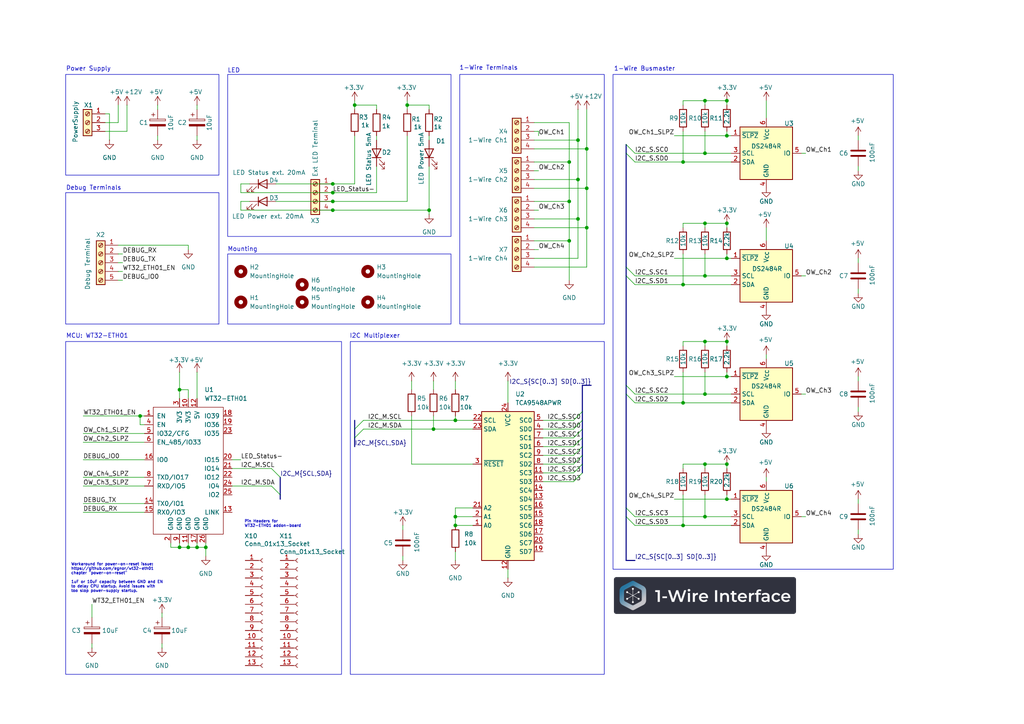
<source format=kicad_sch>
(kicad_sch (version 20250114) (generator "eeschema") (generator_version "9.0")
  (paper "A4")
  (title_block (title "1-Wire Interface") (rev "v1.1") (company "https://github.com/waldbaer/1w-If"))
  (rectangle (start 66.04 73.66) (end 130.81 93.98))
  (rectangle (start 19.05 21.59) (end 63.5 50.8))
  (rectangle (start 133.35 21.59) (end 175.26 93.98))
  (rectangle (start 19.05 99.06) (end 99.06 195.58))
  (rectangle (start 19.05 55.88) (end 63.5 93.98))
  (rectangle (start 101.6 99.06) (end 175.26 195.58))
  (rectangle (start 177.8 21.59) (end 259.08 165.1))
  (rectangle (start 66.04 21.59) (end 130.81 68.58))
  (text "1-Wire Busmaster" (at 186.944 20.066 0) (effects (font (size 1.27 1.27))))
  (text "MCU: WT32-ETH01" (at 28.194 97.536 0) (effects (font (size 1.27 1.27))))
  (text "Pin Headers for\nWT32-ETH01 addon-board" (at 70.866 150.876 0) (effects (font (size 0.8 0.8)) (justify left top)))
  (text "1-Wire Terminals" (at 141.732 19.812 0) (effects (font (size 1.27 1.27))))
  (text "I2C Multiplexer" (at 108.712 97.536 0) (effects (font (size 1.27 1.27))))
  (text "LED" (at 67.818 20.574 0) (effects (font (size 1.27 1.27))))
  (text "Debug Terminals" (at 27.178 54.61 0) (effects (font (size 1.27 1.27))))
  (text "Mounting" (at 70.358 72.39 0) (effects (font (size 1.27 1.27))))
  (text "Workaround for power-on-reset issue:\nhttps://github.com/egnor/wt32-eth01\nchapter \"power-on-reset\"\n\n1uF or 10uF capacity between GND and EN\nto delay CPU startup. Avoid issues with\ntoo slop power-supply startup." (at 20.574 163.322 0) (effects (font (size 0.8 0.8)) (justify left top)))
  (text "Power Supply" (at 25.654 20.066 0) (effects (font (size 1.27 1.27))))
  (junction (at 132.08 152.4))
  (junction (at 96.52 60.96))
  (junction (at 198.12 116.84))
  (junction (at 170.18 54.61))
  (junction (at 210.82 29.21))
  (junction (at 52.07 158.75))
  (junction (at 170.18 66.04))
  (junction (at 165.1 58.42))
  (junction (at 210.82 99.06))
  (junction (at 165.1 46.99))
  (junction (at 167.64 40.64))
  (junction (at 96.52 53.34))
  (junction (at 167.64 52.07))
  (junction (at 204.47 80.01))
  (junction (at 204.47 29.21))
  (junction (at 59.69 158.75))
  (junction (at 204.47 114.3))
  (junction (at 204.47 149.86))
  (junction (at 52.07 113.03))
  (junction (at 40.64 120.65))
  (junction (at 125.73 124.46))
  (junction (at 204.47 44.45))
  (junction (at 210.82 109.22))
  (junction (at 54.61 158.75))
  (junction (at 204.47 64.77))
  (junction (at 198.12 46.99))
  (junction (at 96.52 55.88))
  (junction (at 132.08 149.86))
  (junction (at 204.47 134.62))
  (junction (at 210.82 39.37))
  (junction (at 57.15 158.75))
  (junction (at 198.12 152.4))
  (junction (at 118.11 30.48))
  (junction (at 102.87 30.48))
  (junction (at 210.82 64.77))
  (junction (at 198.12 82.55))
  (junction (at 210.82 134.62))
  (junction (at 170.18 43.18))
  (junction (at 204.47 99.06))
  (junction (at 96.52 58.42))
  (junction (at 124.46 60.96))
  (junction (at 165.1 69.85))
  (junction (at 210.82 144.78))
  (junction (at 132.08 121.92))
  (junction (at 167.64 63.5))
  (junction (at 210.82 74.93))
  (bus_entry (at 168.91 119.38) (size -2.54 2.54))
  (bus_entry (at 181.61 77.47) (size 2.54 2.54))
  (bus_entry (at 168.91 137.16) (size -2.54 2.54))
  (bus_entry (at 181.61 44.45) (size 2.54 2.54))
  (bus_entry (at 181.61 111.76) (size 2.54 2.54))
  (bus_entry (at 102.87 124.46) (size 2.54 -2.54))
  (bus_entry (at 181.61 147.32) (size 2.54 2.54))
  (bus_entry (at 168.91 121.92) (size -2.54 2.54))
  (bus_entry (at 181.61 149.86) (size 2.54 2.54))
  (bus_entry (at 168.91 132.08) (size -2.54 2.54))
  (bus_entry (at 81.28 138.43) (size -2.54 -2.54))
  (bus_entry (at 181.61 114.3) (size 2.54 2.54))
  (bus_entry (at 168.91 127) (size -2.54 2.54))
  (bus_entry (at 168.91 129.54) (size -2.54 2.54))
  (bus_entry (at 168.91 124.46) (size -2.54 2.54))
  (bus_entry (at 81.28 143.51) (size -2.54 -2.54))
  (bus_entry (at 181.61 41.91) (size 2.54 2.54))
  (bus_entry (at 181.61 80.01) (size 2.54 2.54))
  (bus_entry (at 168.91 134.62) (size -2.54 2.54))
  (bus_entry (at 102.87 127) (size 2.54 -2.54))
  (bus (pts (xy 81.28 143.51) (xy 81.28 138.43)))
  (wire (pts (xy 212.09 39.37) (xy 210.82 39.37)))
  (bus (pts (xy 168.91 119.38) (xy 168.91 121.92)))
  (bus (pts (xy 181.61 77.47) (xy 181.61 44.45)))
  (wire (pts (xy 198.12 82.55) (xy 212.09 82.55)))
  (wire (pts (xy 69.85 55.88) (xy 96.52 55.88)))
  (wire (pts (xy 157.48 137.16) (xy 166.37 137.16)))
  (wire (pts (xy 52.07 107.95) (xy 52.07 113.03)))
  (wire (pts (xy 102.87 30.48) (xy 102.87 29.21)))
  (wire (pts (xy 35.56 78.74) (xy 34.29 78.74)))
  (bus (pts (xy 171.45 111.76) (xy 168.91 111.76)))
  (wire (pts (xy 118.11 30.48) (xy 118.11 29.21)))
  (wire (pts (xy 157.48 139.7) (xy 166.37 139.7)))
  (wire (pts (xy 35.56 76.2) (xy 34.29 76.2)))
  (wire (pts (xy 156.21 38.1) (xy 156.21 39.37)))
  (wire (pts (xy 52.07 115.57) (xy 52.07 113.03)))
  (wire (pts (xy 36.83 30.48) (xy 36.83 38.1)))
  (wire (pts (xy 147.32 110.49) (xy 147.32 116.84)))
  (wire (pts (xy 212.09 109.22) (xy 210.82 109.22)))
  (wire (pts (xy 204.47 73.66) (xy 204.47 80.01)))
  (wire (pts (xy 124.46 31.75) (xy 124.46 30.48)))
  (wire (pts (xy 210.82 74.93) (xy 210.82 73.66)))
  (wire (pts (xy 157.48 124.46) (xy 166.37 124.46)))
  (wire (pts (xy 49.53 158.75) (xy 49.53 157.48)))
  (wire (pts (xy 198.12 38.1) (xy 198.12 46.99)))
  (wire (pts (xy 184.15 152.4) (xy 198.12 152.4)))
  (wire (pts (xy 26.67 187.96) (xy 26.67 186.69)))
  (wire (pts (xy 46.99 187.96) (xy 46.99 186.69)))
  (wire (pts (xy 132.08 121.92) (xy 137.16 121.92)))
  (wire (pts (xy 40.64 123.19) (xy 40.64 120.65)))
  (bus (pts (xy 181.61 44.45) (xy 181.61 41.91)))
  (wire (pts (xy 52.07 158.75) (xy 52.07 157.48)))
  (bus (pts (xy 181.61 162.56) (xy 181.61 149.86)))
  (wire (pts (xy 132.08 120.65) (xy 132.08 121.92)))
  (wire (pts (xy 137.16 134.62) (xy 119.38 134.62)))
  (bus (pts (xy 102.87 121.92) (xy 102.87 124.46)))
  (wire (pts (xy 41.91 123.19) (xy 40.64 123.19)))
  (bus (pts (xy 181.61 80.01) (xy 181.61 111.76)))
  (wire (pts (xy 46.99 177.8) (xy 46.99 179.07)))
  (wire (pts (xy 210.82 109.22) (xy 210.82 107.95)))
  (bus (pts (xy 168.91 134.62) (xy 168.91 137.16)))
  (wire (pts (xy 132.08 110.49) (xy 132.08 113.03)))
  (wire (pts (xy 165.1 46.99) (xy 165.1 58.42)))
  (wire (pts (xy 204.47 64.77) (xy 204.47 66.04)))
  (wire (pts (xy 154.94 74.93) (xy 167.64 74.93)))
  (wire (pts (xy 248.92 109.22) (xy 248.92 110.49)))
  (bus (pts (xy 168.91 121.92) (xy 168.91 124.46)))
  (wire (pts (xy 59.69 158.75) (xy 59.69 161.29)))
  (wire (pts (xy 147.32 165.1) (xy 147.32 167.64)))
  (wire (pts (xy 59.69 157.48) (xy 59.69 158.75)))
  (wire (pts (xy 132.08 149.86) (xy 132.08 152.4)))
  (bus (pts (xy 168.91 111.76) (xy 168.91 119.38)))
  (wire (pts (xy 198.12 64.77) (xy 198.12 66.04)))
  (wire (pts (xy 45.72 30.48) (xy 45.72 31.75)))
  (wire (pts (xy 210.82 39.37) (xy 210.82 38.1)))
  (wire (pts (xy 212.09 144.78) (xy 210.82 144.78)))
  (wire (pts (xy 69.85 53.34) (xy 69.85 55.88)))
  (wire (pts (xy 154.94 72.39) (xy 156.21 72.39)))
  (wire (pts (xy 167.64 52.07) (xy 154.94 52.07)))
  (wire (pts (xy 156.21 38.1) (xy 154.94 38.1)))
  (wire (pts (xy 204.47 143.51) (xy 204.47 149.86)))
  (wire (pts (xy 198.12 116.84) (xy 212.09 116.84)))
  (wire (pts (xy 184.15 44.45) (xy 204.47 44.45)))
  (wire (pts (xy 232.41 149.86) (xy 233.68 149.86)))
  (wire (pts (xy 170.18 43.18) (xy 170.18 54.61)))
  (wire (pts (xy 167.64 63.5) (xy 167.64 74.93)))
  (bus (pts (xy 102.87 124.46) (xy 102.87 127)))
  (wire (pts (xy 204.47 29.21) (xy 198.12 29.21)))
  (wire (pts (xy 54.61 113.03) (xy 54.61 115.57)))
  (wire (pts (xy 105.41 124.46) (xy 125.73 124.46)))
  (wire (pts (xy 184.15 116.84) (xy 198.12 116.84)))
  (wire (pts (xy 212.09 74.93) (xy 210.82 74.93)))
  (wire (pts (xy 105.41 121.92) (xy 132.08 121.92)))
  (wire (pts (xy 157.48 127) (xy 166.37 127)))
  (bus (pts (xy 102.87 127) (xy 102.87 129.54)))
  (wire (pts (xy 31.75 40.64) (xy 31.75 33.02)))
  (bus (pts (xy 181.61 114.3) (xy 181.61 111.76)))
  (wire (pts (xy 54.61 158.75) (xy 54.61 157.48)))
  (wire (pts (xy 154.94 46.99) (xy 165.1 46.99)))
  (wire (pts (xy 118.11 31.75) (xy 118.11 30.48)))
  (wire (pts (xy 154.94 54.61) (xy 170.18 54.61)))
  (wire (pts (xy 124.46 62.23) (xy 124.46 60.96)))
  (wire (pts (xy 102.87 31.75) (xy 102.87 30.48)))
  (wire (pts (xy 67.31 140.97) (xy 78.74 140.97)))
  (wire (pts (xy 24.13 148.59) (xy 41.91 148.59)))
  (wire (pts (xy 80.01 53.34) (xy 96.52 53.34)))
  (wire (pts (xy 248.92 49.53) (xy 248.92 48.26)))
  (bus (pts (xy 81.28 144.78) (xy 81.28 143.51)))
  (wire (pts (xy 109.22 55.88) (xy 109.22 48.26)))
  (wire (pts (xy 24.13 120.65) (xy 40.64 120.65)))
  (wire (pts (xy 204.47 44.45) (xy 212.09 44.45)))
  (wire (pts (xy 156.21 60.96) (xy 154.94 60.96)))
  (wire (pts (xy 248.92 85.09) (xy 248.92 83.82)))
  (wire (pts (xy 232.41 44.45) (xy 233.68 44.45)))
  (wire (pts (xy 198.12 73.66) (xy 198.12 82.55)))
  (wire (pts (xy 34.29 35.56) (xy 34.29 30.48)))
  (wire (pts (xy 232.41 80.01) (xy 233.68 80.01)))
  (wire (pts (xy 248.92 144.78) (xy 248.92 146.05)))
  (wire (pts (xy 184.15 46.99) (xy 198.12 46.99)))
  (bus (pts (xy 184.15 162.56) (xy 181.61 162.56)))
  (wire (pts (xy 118.11 39.37) (xy 118.11 58.42)))
  (wire (pts (xy 52.07 113.03) (xy 54.61 113.03)))
  (wire (pts (xy 132.08 152.4) (xy 137.16 152.4)))
  (wire (pts (xy 59.69 158.75) (xy 57.15 158.75)))
  (wire (pts (xy 165.1 69.85) (xy 165.1 81.28)))
  (wire (pts (xy 132.08 160.02) (xy 132.08 162.56)))
  (wire (pts (xy 125.73 110.49) (xy 125.73 113.03)))
  (wire (pts (xy 102.87 30.48) (xy 109.22 30.48)))
  (wire (pts (xy 154.94 66.04) (xy 170.18 66.04)))
  (bus (pts (xy 168.91 132.08) (xy 168.91 134.62)))
  (wire (pts (xy 69.85 60.96) (xy 96.52 60.96)))
  (wire (pts (xy 167.64 52.07) (xy 167.64 63.5)))
  (wire (pts (xy 198.12 152.4) (xy 212.09 152.4)))
  (wire (pts (xy 210.82 99.06) (xy 210.82 100.33)))
  (wire (pts (xy 204.47 134.62) (xy 204.47 135.89)))
  (wire (pts (xy 54.61 158.75) (xy 52.07 158.75)))
  (wire (pts (xy 24.13 140.97) (xy 41.91 140.97)))
  (wire (pts (xy 57.15 30.48) (xy 57.15 31.75)))
  (bus (pts (xy 168.91 132.08) (xy 168.91 129.54)))
  (wire (pts (xy 57.15 158.75) (xy 57.15 157.48)))
  (wire (pts (xy 132.08 147.32) (xy 132.08 149.86)))
  (wire (pts (xy 210.82 134.62) (xy 210.82 135.89)))
  (wire (pts (xy 198.12 99.06) (xy 198.12 100.33)))
  (wire (pts (xy 204.47 80.01) (xy 212.09 80.01)))
  (wire (pts (xy 222.25 102.87) (xy 222.25 104.14)))
  (wire (pts (xy 204.47 100.33) (xy 204.47 99.06)))
  (wire (pts (xy 119.38 110.49) (xy 119.38 113.03)))
  (wire (pts (xy 45.72 40.64) (xy 45.72 39.37)))
  (wire (pts (xy 157.48 121.92) (xy 166.37 121.92)))
  (wire (pts (xy 30.48 35.56) (xy 34.29 35.56)))
  (wire (pts (xy 184.15 80.01) (xy 204.47 80.01)))
  (wire (pts (xy 80.01 58.42) (xy 96.52 58.42)))
  (wire (pts (xy 137.16 149.86) (xy 132.08 149.86)))
  (wire (pts (xy 154.94 35.56) (xy 165.1 35.56)))
  (wire (pts (xy 222.25 66.04) (xy 222.25 69.85)))
  (wire (pts (xy 96.52 58.42) (xy 118.11 58.42)))
  (wire (pts (xy 96.52 55.88) (xy 109.22 55.88)))
  (wire (pts (xy 125.73 120.65) (xy 125.73 124.46)))
  (wire (pts (xy 24.13 125.73) (xy 41.91 125.73)))
  (bus (pts (xy 168.91 124.46) (xy 168.91 127)))
  (wire (pts (xy 109.22 30.48) (xy 109.22 31.75)))
  (wire (pts (xy 198.12 134.62) (xy 198.12 135.89)))
  (wire (pts (xy 154.94 77.47) (xy 170.18 77.47)))
  (wire (pts (xy 69.85 58.42) (xy 72.39 58.42)))
  (wire (pts (xy 204.47 64.77) (xy 198.12 64.77)))
  (wire (pts (xy 204.47 99.06) (xy 198.12 99.06)))
  (wire (pts (xy 198.12 46.99) (xy 212.09 46.99)))
  (wire (pts (xy 116.84 152.4) (xy 116.84 153.67)))
  (wire (pts (xy 222.25 29.21) (xy 222.25 34.29)))
  (wire (pts (xy 157.48 132.08) (xy 166.37 132.08)))
  (wire (pts (xy 137.16 147.32) (xy 132.08 147.32)))
  (wire (pts (xy 124.46 39.37) (xy 124.46 40.64)))
  (wire (pts (xy 52.07 158.75) (xy 49.53 158.75)))
  (wire (pts (xy 248.92 74.93) (xy 248.92 76.2)))
  (wire (pts (xy 248.92 39.37) (xy 248.92 40.64)))
  (bus (pts (xy 181.61 80.01) (xy 181.61 77.47)))
  (wire (pts (xy 204.47 114.3) (xy 212.09 114.3)))
  (wire (pts (xy 102.87 53.34) (xy 96.52 53.34)))
  (wire (pts (xy 69.85 58.42) (xy 69.85 60.96)))
  (wire (pts (xy 184.15 82.55) (xy 198.12 82.55)))
  (wire (pts (xy 232.41 114.3) (xy 233.68 114.3)))
  (wire (pts (xy 167.64 40.64) (xy 167.64 52.07)))
  (wire (pts (xy 198.12 107.95) (xy 198.12 116.84)))
  (wire (pts (xy 222.25 138.43) (xy 222.25 139.7)))
  (wire (pts (xy 198.12 143.51) (xy 198.12 152.4)))
  (bus (pts (xy 181.61 149.86) (xy 181.61 147.32)))
  (wire (pts (xy 24.13 128.27) (xy 41.91 128.27)))
  (wire (pts (xy 248.92 154.94) (xy 248.92 153.67)))
  (wire (pts (xy 154.94 69.85) (xy 165.1 69.85)))
  (bus (pts (xy 168.91 129.54) (xy 168.91 127)))
  (wire (pts (xy 184.15 149.86) (xy 204.47 149.86)))
  (wire (pts (xy 154.94 40.64) (xy 167.64 40.64)))
  (wire (pts (xy 195.58 144.78) (xy 210.82 144.78)))
  (wire (pts (xy 210.82 29.21) (xy 204.47 29.21)))
  (wire (pts (xy 165.1 58.42) (xy 154.94 58.42)))
  (wire (pts (xy 116.84 162.56) (xy 116.84 161.29)))
  (wire (pts (xy 210.82 134.62) (xy 204.47 134.62)))
  (wire (pts (xy 24.13 138.43) (xy 41.91 138.43)))
  (wire (pts (xy 170.18 31.75) (xy 170.18 43.18)))
  (wire (pts (xy 204.47 99.06) (xy 210.82 99.06)))
  (wire (pts (xy 195.58 39.37) (xy 210.82 39.37)))
  (wire (pts (xy 157.48 129.54) (xy 166.37 129.54)))
  (wire (pts (xy 204.47 38.1) (xy 204.47 44.45)))
  (wire (pts (xy 69.85 133.35) (xy 67.31 133.35)))
  (wire (pts (xy 198.12 29.21) (xy 198.12 30.48)))
  (wire (pts (xy 125.73 124.46) (xy 137.16 124.46)))
  (wire (pts (xy 210.82 64.77) (xy 210.82 66.04)))
  (wire (pts (xy 184.15 114.3) (xy 204.47 114.3)))
  (wire (pts (xy 35.56 81.28) (xy 34.29 81.28)))
  (wire (pts (xy 72.39 53.34) (xy 69.85 53.34)))
  (wire (pts (xy 35.56 73.66) (xy 34.29 73.66)))
  (wire (pts (xy 26.67 175.26) (xy 26.67 179.07)))
  (wire (pts (xy 154.94 43.18) (xy 170.18 43.18)))
  (wire (pts (xy 204.47 149.86) (xy 212.09 149.86)))
  (wire (pts (xy 119.38 134.62) (xy 119.38 120.65)))
  (wire (pts (xy 167.64 31.75) (xy 167.64 40.64)))
  (wire (pts (xy 170.18 66.04) (xy 170.18 77.47)))
  (wire (pts (xy 34.29 71.12) (xy 54.61 71.12)))
  (wire (pts (xy 102.87 39.37) (xy 102.87 53.34)))
  (wire (pts (xy 204.47 29.21) (xy 204.47 30.48)))
  (wire (pts (xy 118.11 30.48) (xy 124.46 30.48)))
  (wire (pts (xy 57.15 158.75) (xy 54.61 158.75)))
  (wire (pts (xy 57.15 40.64) (xy 57.15 39.37)))
  (wire (pts (xy 154.94 49.53) (xy 156.21 49.53)))
  (wire (pts (xy 165.1 58.42) (xy 165.1 69.85)))
  (wire (pts (xy 57.15 107.95) (xy 57.15 115.57)))
  (wire (pts (xy 248.92 119.38) (xy 248.92 118.11)))
  (wire (pts (xy 24.13 146.05) (xy 41.91 146.05)))
  (wire (pts (xy 109.22 40.64) (xy 109.22 39.37)))
  (wire (pts (xy 30.48 38.1) (xy 36.83 38.1)))
  (wire (pts (xy 204.47 107.95) (xy 204.47 114.3)))
  (wire (pts (xy 210.82 64.77) (xy 204.47 64.77)))
  (wire (pts (xy 67.31 135.89) (xy 78.74 135.89)))
  (wire (pts (xy 167.64 63.5) (xy 154.94 63.5)))
  (bus (pts (xy 181.61 147.32) (xy 181.61 114.3)))
  (wire (pts (xy 210.82 29.21) (xy 210.82 30.48)))
  (wire (pts (xy 210.82 144.78) (xy 210.82 143.51)))
  (wire (pts (xy 195.58 74.93) (xy 210.82 74.93)))
  (wire (pts (xy 40.64 120.65) (xy 41.91 120.65)))
  (wire (pts (xy 124.46 48.26) (xy 124.46 60.96)))
  (wire (pts (xy 54.61 72.39) (xy 54.61 71.12)))
  (wire (pts (xy 165.1 35.56) (xy 165.1 46.99)))
  (wire (pts (xy 170.18 66.04) (xy 170.18 54.61)))
  (wire (pts (xy 204.47 134.62) (xy 198.12 134.62)))
  (wire (pts (xy 157.48 134.62) (xy 166.37 134.62)))
  (wire (pts (xy 96.52 60.96) (xy 124.46 60.96)))
  (wire (pts (xy 24.13 133.35) (xy 41.91 133.35)))
  (wire (pts (xy 195.58 109.22) (xy 210.82 109.22)))
  (wire (pts (xy 31.75 33.02) (xy 30.48 33.02)))
  (image (at 204.47 172.72) (scale 0.274905))
  (label "I2C_M{SCL,SDA}" (at 81.28 138.43 0))
  (label "LED_Status-" (at 96.52 55.88 0))
  (label "I2C_S.SD3" (at 158.75 139.7 0))
  (label "DEBUG_IO0" (at 24.13 133.35 0))
  (label "I2C_S{SC[0..3] SD[0..3]}" (at 184.15 162.56 0))
  (label "OW_Ch3_SLPZ" (at 24.13 140.97 0))
  (label "OW_Ch4" (at 156.21 72.39 0))
  (label "DEBUG_TX" (at 24.13 146.05 0))
  (label "LED_Status-" (at 69.85 133.35 0))
  (label "I2C_M.SDA" (at 69.85 140.97 0))
  (label "OW_Ch3" (at 233.68 114.3 0))
  (label "I2C_M.SCL" (at 69.85 135.89 0))
  (label "OW_Ch2" (at 156.21 49.53 0))
  (label "I2C_S.SC2" (at 158.75 132.08 0))
  (label "I2C_S.SD1" (at 158.75 129.54 0))
  (label "WT32_ETH01_EN" (at 26.67 175.26 0))
  (label "OW_Ch1" (at 156.21 39.37 0))
  (label "I2C_S.SC1" (at 158.75 127 0))
  (label "OW_Ch2_SLPZ" (at 24.13 128.27 0))
  (label "I2C_M.SDA" (at 106.68 124.46 0))
  (label "I2C_S.SD1" (at 184.15 82.55 0))
  (label "I2C_S.SC0" (at 184.15 44.45 0))
  (label "OW_Ch3" (at 156.21 60.96 0))
  (label "I2C_S.SC1" (at 184.15 80.01 0))
  (label "I2C_S{SC[0..3] SD[0..3]}" (at 171.45 111.76 180))
  (label "DEBUG_TX" (at 35.56 76.2 0))
  (label "OW_Ch1_SLPZ" (at 24.13 125.73 0))
  (label "OW_Ch4_SLPZ" (at 195.58 144.78 180))
  (label "I2C_S.SC2" (at 184.15 114.3 0))
  (label "DEBUG_RX" (at 24.13 148.59 0))
  (label "I2C_M.SCL" (at 106.68 121.92 0))
  (label "OW_Ch1_SLPZ" (at 195.58 39.37 180))
  (label "I2C_S.SD2" (at 184.15 116.84 0))
  (label "I2C_S.SD3" (at 184.15 152.4 0))
  (label "I2C_S.SC0" (at 158.75 121.92 0))
  (label "I2C_S.SC3" (at 184.15 149.86 0))
  (label "WT32_ETH01_EN" (at 35.56 78.74 0))
  (label "OW_Ch4" (at 233.68 149.86 0))
  (label "WT32_ETH01_EN" (at 24.13 120.65 0))
  (label "I2C_M{SCL,SDA}" (at 102.87 129.54 0))
  (label "OW_Ch4_SLPZ" (at 24.13 138.43 0))
  (label "I2C_S.SC3" (at 158.75 137.16 0))
  (label "OW_Ch1" (at 233.68 44.45 0))
  (label "I2C_S.SD0" (at 158.75 124.46 0))
  (label "I2C_S.SD0" (at 184.15 46.99 0))
  (label "I2C_S.SD2" (at 158.75 134.62 0))
  (label "OW_Ch3_SLPZ" (at 195.58 109.22 180))
  (label "DEBUG_RX" (at 35.56 73.66 0))
  (label "OW_Ch2" (at 233.68 80.01 0))
  (label "DEBUG_IO0" (at 35.56 81.28 0))
  (label "OW_Ch2_SLPZ" (at 195.58 74.93 180))
  (symbol (lib_id "Device:R") (at 198.12 69.85 0) (unit 1)
    (property "Reference" "R12" (at 193.04 69.85 0) (effects (justify left)))
    (property "Value" "10k" (at 198.12 71.628 90) (effects (justify left)))
    (property "Footprint" "Resistor_SMD:R_0805_2012Metric_Pad1.20x1.40mm_HandSolder" (effects (hide yes)))
    (property "Datasheet" "https://www.lcsc.com/product-detail/C17414.html?href=jlc-SMT%2F%3Fhref" (effects (hide yes)))
    (property "Description" "Resistor" (effects (hide yes)))
    (property "LCSC" "C17414" (effects (hide yes)))
  )
  (symbol (lib_id "power:GND") (at 26.67 187.96 0) (unit 1)
    (property "Reference" "#PWR01" (effects (hide yes)))
    (property "Value" "GND" (at 26.67 193.04 0))
    (property "Description" "Power symbol creates a global label with name \"GND\" , ground" (effects (hide yes)))
  )
  (symbol (lib_id "power:+3.3V") (at 132.08 110.49 0) (unit 1)
    (property "Reference" "#PWR020" (effects (hide yes)))
    (property "Value" "+3.3V" (at 132.08 105.41 0))
    (property "Description" "Power symbol creates a global label with name \"+3.3V\"" (effects (hide yes)))
  )
  (symbol (lib_id "Interface_Expansion:DS2484R") (at 222.25 44.45 0) (unit 1)
    (property "Reference" "U3" (at 228.854 35.814 0))
    (property "Value" "DS2484R" (at 222.25 42.418 0))
    (property "Footprint" "Package_TO_SOT_SMD:SOT-23-6" (effects (hide yes)))
    (property "Datasheet" "https://www.analog.com/DS2484/datasheet" (effects (hide yes)))
    (property "Description" "I2C to 1-Wire bridge, single-channel (master device), adjustable timing and sleep mode, SOT-23-6" (effects (hide yes)))
    (property "LCSC" "C124886" (effects (hide yes)))
  )
  (symbol (lib_id "power:GND") (at 116.84 162.56 0) (unit 1)
    (property "Reference" "#PWR017" (effects (hide yes)))
    (property "Value" "GND" (at 116.84 166.37 0))
    (property "Description" "Power symbol creates a global label with name \"GND\" , ground" (effects (hide yes)))
  )
  (symbol (lib_id "Device:C_Polarized") (at 46.99 182.88 0) (unit 1)
    (property "Reference" "C4" (at 42.672 182.88 0))
    (property "Value" "10uF" (at 52.07 182.88 0))
    (property "Footprint" "Capacitor_Tantalum_SMD:CP_EIA-3216-18_Kemet-A_HandSolder" (effects (hide yes)))
    (property "Datasheet" "https://www.lcsc.com/product-detail/C7171.html?href=jlc-SMT%2F%3Fhref" (effects (hide yes)))
    (property "Description" "Polarized capacitor" (effects (hide yes)))
    (property "LCSC" "C7171" (effects (hide yes)))
  )
  (symbol (lib_id "Device:C") (at 248.92 44.45 0) (unit 1)
    (property "Reference" "C6" (at 243.332 44.45 0) (effects (justify left)))
    (property "Value" "100nF" (at 252.984 47.244 90) (effects (justify left)))
    (property "Footprint" "Capacitor_SMD:C_0805_2012Metric_Pad1.18x1.45mm_HandSolder" (effects (hide yes)))
    (property "Datasheet" "https://www.lcsc.com/product-detail/C49678.html?href=jlc-SMT%2F%3Fhref" (effects (hide yes)))
    (property "Description" "Unpolarized capacitor" (effects (hide yes)))
    (property "LCSC" "C49678" (effects (hide yes)))
  )
  (symbol (lib_id "Device:R") (at 210.82 69.85 0) (unit 1)
    (property "Reference" "R14" (at 205.74 69.85 0) (effects (justify left)))
    (property "Value" "2.2k" (at 210.82 71.628 90) (effects (justify left)))
    (property "Footprint" "Resistor_SMD:R_0805_2012Metric_Pad1.20x1.40mm_HandSolder" (effects (hide yes)))
    (property "Datasheet" "https://www.lcsc.com/product-detail/C17520.html?href=jlc-SMT%2F%3Fhref" (effects (hide yes)))
    (property "Description" "Resistor" (effects (hide yes)))
    (property "LCSC" "C17520" (effects (hide yes)))
  )
  (symbol (lib_id "Device:R") (at 124.46 35.56 0) (unit 1)
    (property "Reference" "R2" (at 125.73 34.544 0) (effects (justify left)))
    (property "Value" "1k" (at 125.73 36.83 0) (effects (justify left)))
    (property "Footprint" "Resistor_SMD:R_0805_2012Metric_Pad1.20x1.40mm_HandSolder" (effects (hide yes)))
    (property "Datasheet" "https://www.lcsc.com/product-detail/C17408.html?href=jlc-SMT%2F%3Fhref" (effects (hide yes)))
    (property "Description" "Resistor" (effects (hide yes)))
    (property "LCSC" "C17408" (effects (hide yes)))
  )
  (symbol (lib_id "power:GND") (at 45.72 40.64 0) (unit 1)
    (property "Reference" "#PWR08" (effects (hide yes)))
    (property "Value" "GND" (at 45.72 45.72 0))
    (property "Description" "Power symbol creates a global label with name \"GND\" , ground" (effects (hide yes)))
  )
  (symbol (lib_id "power:+3.3V") (at 46.99 177.8 0) (unit 1)
    (property "Reference" "#PWR011" (effects (hide yes)))
    (property "Value" "+3.3V" (at 46.99 173.99 0))
    (property "Description" "Power symbol creates a global label with name \"+3.3V\"" (effects (hide yes)))
  )
  (symbol (lib_id "power:+3.3V") (at 118.11 29.21 0) (unit 1)
    (property "Reference" "#PWR013" (effects (hide yes)))
    (property "Value" "+3.3V" (at 117.856 25.4 0))
    (property "Description" "Power symbol creates a global label with name \"+3.3V\"" (effects (hide yes)))
  )
  (symbol (lib_id "Connector:Conn_01x13_Socket") (at 76.2 177.8 0) (unit 1) (exclude_from_sim yes) (on_board no)
    (property "Reference" "X10" (at 70.866 155.448 0) (effects (justify left)))
    (property "Value" "Conn_01x13_Socket" (at 70.866 157.734 0) (effects (justify left)))
    (property "Datasheet" "https://www.reichelt.de/de/de/shop/produkt/buchsenleiste_2_54mm_1x16_trennbar_verzinnt-283793" (effects (hide yes)))
    (property "Description" "Generic connector, single row, 01x13, script generated" (effects (hide yes)))
  )
  (symbol (lib_id "power:GND") (at 124.46 62.23 0) (unit 1)
    (property "Reference" "#PWR014" (effects (hide yes)))
    (property "Value" "GND" (at 124.46 67.31 0))
    (property "Description" "Power symbol creates a global label with name \"GND\" , ground" (effects (hide yes)))
  )
  (symbol (lib_id "power:+5V") (at 222.25 138.43 0) (unit 1)
    (property "Reference" "#PWR037" (effects (hide yes)))
    (property "Value" "+5V" (at 221.996 134.112 0))
    (property "Description" "Power symbol creates a global label with name \"+5V\"" (effects (hide yes)))
  )
  (symbol (lib_id "power:GND") (at 222.25 160.02 0) (unit 1)
    (property "Reference" "#PWR038" (effects (hide yes)))
    (property "Value" "GND" (at 222.25 163.83 0))
    (property "Description" "Power symbol creates a global label with name \"GND\" , ground" (effects (hide yes)))
  )
  (symbol (lib_id "power:GND") (at 222.25 124.46 0) (unit 1)
    (property "Reference" "#PWR036" (effects (hide yes)))
    (property "Value" "GND" (at 222.25 128.27 0))
    (property "Description" "Power symbol creates a global label with name \"GND\" , ground" (effects (hide yes)))
  )
  (symbol (lib_id "power:GND") (at 248.92 49.53 0) (unit 1)
    (property "Reference" "#PWR040" (effects (hide yes)))
    (property "Value" "GND" (at 248.92 53.34 0))
    (property "Description" "Power symbol creates a global label with name \"GND\" , ground" (effects (hide yes)))
  )
  (symbol (lib_id "Device:C") (at 248.92 149.86 0) (unit 1)
    (property "Reference" "C9" (at 243.332 149.86 0) (effects (justify left)))
    (property "Value" "100nF" (at 252.984 152.654 90) (effects (justify left)))
    (property "Footprint" "Capacitor_SMD:C_0805_2012Metric_Pad1.18x1.45mm_HandSolder" (effects (hide yes)))
    (property "Datasheet" "https://www.lcsc.com/product-detail/C49678.html?href=jlc-SMT%2F%3Fhref" (effects (hide yes)))
    (property "Description" "Unpolarized capacitor" (effects (hide yes)))
    (property "LCSC" "C49678" (effects (hide yes)))
  )
  (symbol (lib_id "Mechanical:MountingHole") (at 106.68 78.74 0) (unit 1) (in_bom no)
    (property "Reference" "H3" (at 109.22 77.4699 0) (effects (justify left)))
    (property "Value" "MountingHole" (at 109.22 80.0099 0) (effects (justify left)))
    (property "Footprint" "MountingHole:MountingHole_3.2mm_M3_DIN965" (effects (hide yes)))
    (property "Description" "Mounting Hole without connection" (effects (hide yes)))
  )
  (symbol (lib_id "power:+5V") (at 248.92 144.78 0) (unit 1)
    (property "Reference" "#PWR045" (effects (hide yes)))
    (property "Value" "+5V" (at 248.666 140.462 0))
    (property "Description" "Power symbol creates a global label with name \"+5V\"" (effects (hide yes)))
  )
  (symbol (lib_id "Connector:Conn_01x13_Socket") (at 86.36 177.8 0) (unit 1) (exclude_from_sim yes) (on_board no)
    (property "Reference" "X11" (at 81.026 155.448 0) (effects (justify left)))
    (property "Value" "Conn_01x13_Socket" (at 81.026 160.02 0) (effects (justify left)))
    (property "Datasheet" "https://www.reichelt.de/de/de/shop/produkt/buchsenleiste_2_54mm_1x16_trennbar_verzinnt-283793" (effects (hide yes)))
    (property "Description" "Generic connector, single row, 01x13, script generated" (effects (hide yes)))
  )
  (symbol (lib_id "power:+3.3V") (at 210.82 29.21 0) (unit 1)
    (property "Reference" "#PWR027" (effects (hide yes)))
    (property "Value" "+3.3V" (at 210.82 25.4 0))
    (property "Description" "Power symbol creates a global label with name \"+3.3V\"" (effects (hide yes)))
  )
  (symbol (lib_id "Connector:Screw_Terminal_01x04") (at 149.86 49.53 0) (mirror y) (unit 1)
    (property "Reference" "X5" (at 147.32 49.5299 0) (effects (justify left)))
    (property "Value" "1-Wire Ch2" (at 147.32 52.0699 0) (effects (justify left)))
    (property "Footprint" "TerminalBlock_WAGO_3D:TerminalBlock_WAGO_2601-1104_1x04_P3.50mm_Horizontal" (effects (hide yes)))
    (property "Datasheet" "https://www.reichelt.de/de/de/shop/produkt/leiterplattenklemme_mit_hebel_1_5_mm_rm_3_5_mm_4-polig-387512" (effects (hide yes)))
    (property "Description" "Generic screw terminal, single row, 01x04, script generated (kicad-library-utils/schlib/autogen/connector/)" (effects (hide yes)))
  )
  (symbol (lib_id "power:+5V") (at 167.64 31.75 0) (unit 1)
    (property "Reference" "#PWR025" (effects (hide yes)))
    (property "Value" "+5V" (at 167.132 27.94 0))
    (property "Description" "Power symbol creates a global label with name \"+5V\"" (effects (hide yes)))
  )
  (symbol (lib_id "power:GND") (at 132.08 162.56 0) (unit 1)
    (property "Reference" "#PWR021" (effects (hide yes)))
    (property "Value" "GND" (at 132.08 167.64 0))
    (property "Description" "Power symbol creates a global label with name \"GND\" , ground" (effects (hide yes)))
  )
  (symbol (lib_id "Device:LED") (at 76.2 53.34 0) (unit 1) (on_board no)
    (property "Reference" "D4" (at 80.772 52.324 0) (effects (justify right)))
    (property "Value" "LED Status ext. 20mA" (at 88.646 50.038 0) (effects (justify right)))
    (property "Footprint" "LED_SMD:LED_0805_2012Metric_Pad1.15x1.40mm_HandSolder" (effects (hide yes)))
    (property "Datasheet" "https://www.reichelt.de/de/de/shop/suche/3034W2D-EHD-A?GROUPINDEX=0&search=3034W2D-EHD-A" (effects (hide yes)))
    (property "Description" "Light emitting diode" (effects (hide yes)))
    (property "Sim.Pins" "1=K 2=A" (effects (hide yes)))
    (property "LCSC" "C2297" (effects (hide yes)))
  )
  (symbol (lib_id "Device:C") (at 248.92 114.3 0) (unit 1)
    (property "Reference" "C8" (at 243.332 114.3 0) (effects (justify left)))
    (property "Value" "100nF" (at 252.984 117.094 90) (effects (justify left)))
    (property "Footprint" "Capacitor_SMD:C_0805_2012Metric_Pad1.18x1.45mm_HandSolder" (effects (hide yes)))
    (property "Datasheet" "https://www.lcsc.com/product-detail/C49678.html?href=jlc-SMT%2F%3Fhref" (effects (hide yes)))
    (property "Description" "Unpolarized capacitor" (effects (hide yes)))
    (property "LCSC" "C49678" (effects (hide yes)))
  )
  (symbol (lib_id "Connector:Screw_Terminal_01x04") (at 91.44 55.88 0) (mirror y) (unit 1)
    (property "Reference" "X3" (at 92.71 64.008 0) (effects (justify left)))
    (property "Value" "Ext LED Terminal" (at 91.44 51.308 90) (effects (justify left)))
    (property "Footprint" "TerminalBlock_MetzConnect_3D:TerminalBlock_MetzConnect_Type086_RT03404HBLC_1x04_P3.81mm_Horizontal" (effects (hide yes)))
    (property "Datasheet" "https://www.reichelt.de/de/de/shop/produkt/anschlussklemme_4-pol_1_5_mm_rm_3_81-72035" (effects (hide yes)))
    (property "Description" "Generic screw terminal, single row, 01x04, script generated (kicad-library-utils/schlib/autogen/connector/)" (effects (hide yes)))
  )
  (symbol (lib_id "Device:R") (at 118.11 35.56 180) (unit 1)
    (property "Reference" "R1" (at 120.65 34.544 0))
    (property "Value" "1k" (at 121.158 36.83 0))
    (property "Footprint" "Resistor_SMD:R_0805_2012Metric_Pad1.20x1.40mm_HandSolder" (effects (hide yes)))
    (property "Datasheet" "https://www.lcsc.com/product-detail/C17408.html?href=jlc-SMT%2F%3Fhref" (effects (hide yes)))
    (property "Description" "Resistor" (effects (hide yes)))
    (property "LCSC" "C17408" (effects (hide yes)))
  )
  (symbol (lib_id "Mechanical:MountingHole") (at 87.63 87.63 0) (unit 1) (in_bom no)
    (property "Reference" "H5" (at 90.17 86.3599 0) (effects (justify left)))
    (property "Value" "MountingHole" (at 90.17 88.8999 0) (effects (justify left)))
    (property "Footprint" "MountingHole:MountingHole_3.2mm_M3_DIN965" (effects (hide yes)))
    (property "Description" "Mounting Hole without connection" (effects (hide yes)))
  )
  (symbol (lib_id "Device:R") (at 198.12 34.29 0) (unit 1)
    (property "Reference" "R9" (at 194.056 34.29 0) (effects (justify left)))
    (property "Value" "10k" (at 198.12 36.068 90) (effects (justify left)))
    (property "Footprint" "Resistor_SMD:R_0805_2012Metric_Pad1.20x1.40mm_HandSolder" (effects (hide yes)))
    (property "Datasheet" "https://www.lcsc.com/product-detail/C17414.html?href=jlc-SMT%2F%3Fhref" (effects (hide yes)))
    (property "Description" "Resistor" (effects (hide yes)))
    (property "LCSC" "C17414" (effects (hide yes)))
  )
  (symbol (lib_id "power:+5V") (at 34.29 30.48 0) (unit 1)
    (property "Reference" "#PWR03" (effects (hide yes)))
    (property "Value" "+5V" (at 33.782 26.67 0))
    (property "Description" "Power symbol creates a global label with name \"+5V\"" (effects (hide yes)))
  )
  (symbol (lib_id "power:+5V") (at 222.25 29.21 0) (unit 1)
    (property "Reference" "#PWR031" (effects (hide yes)))
    (property "Value" "+5V" (at 221.996 25.4 0))
    (property "Description" "Power symbol creates a global label with name \"+5V\"" (effects (hide yes)))
  )
  (symbol (lib_id "power:+5V") (at 222.25 102.87 0) (unit 1)
    (property "Reference" "#PWR035" (effects (hide yes)))
    (property "Value" "+5V" (at 221.996 98.552 0))
    (property "Description" "Power symbol creates a global label with name \"+5V\"" (effects (hide yes)))
  )
  (symbol (lib_id "Interface_Expansion:DS2484R") (at 222.25 114.3 0) (unit 1)
    (property "Reference" "U5" (at 228.854 105.41 0))
    (property "Value" "DS2484R" (at 222.25 112.014 0))
    (property "Footprint" "Package_TO_SOT_SMD:SOT-23-6" (effects (hide yes)))
    (property "Datasheet" "https://www.analog.com/DS2484/datasheet" (effects (hide yes)))
    (property "Description" "I2C to 1-Wire bridge, single-channel (master device), adjustable timing and sleep mode, SOT-23-6" (effects (hide yes)))
    (property "LCSC" "C124886" (effects (hide yes)))
  )
  (symbol (lib_id "Mechanical:MountingHole") (at 87.63 82.55 0) (unit 1) (in_bom no)
    (property "Reference" "H6" (at 90.17 81.2799 0) (effects (justify left)))
    (property "Value" "MountingHole" (at 90.17 83.8199 0) (effects (justify left)))
    (property "Footprint" "MountingHole:MountingHole_3.2mm_M3_DIN965" (effects (hide yes)))
    (property "Description" "Mounting Hole without connection" (effects (hide yes)))
  )
  (symbol (lib_id "power:+3.3V") (at 52.07 107.95 0) (unit 1)
    (property "Reference" "#PWR06" (effects (hide yes)))
    (property "Value" "+3.3V" (at 51.816 104.394 0))
    (property "Description" "Power symbol creates a global label with name \"+3.3V\"" (effects (hide yes)))
  )
  (symbol (lib_id "Device:R") (at 210.82 139.7 0) (unit 1)
    (property "Reference" "R20" (at 205.74 139.7 0) (effects (justify left)))
    (property "Value" "2.2k" (at 210.82 141.478 90) (effects (justify left)))
    (property "Footprint" "Resistor_SMD:R_0805_2012Metric_Pad1.20x1.40mm_HandSolder" (effects (hide yes)))
    (property "Datasheet" "https://www.lcsc.com/product-detail/C17520.html?href=jlc-SMT%2F%3Fhref" (effects (hide yes)))
    (property "Description" "Resistor" (effects (hide yes)))
    (property "LCSC" "C17520" (effects (hide yes)))
  )
  (symbol (lib_id "power:GND") (at 147.32 167.64 0) (unit 1)
    (property "Reference" "#PWR023" (effects (hide yes)))
    (property "Value" "GND" (at 147.32 172.72 0))
    (property "Description" "Power symbol creates a global label with name \"GND\" , ground" (effects (hide yes)))
  )
  (symbol (lib_id "Device:LED") (at 109.22 44.45 90) (unit 1)
    (property "Reference" "D2" (at 110.744 44.196 90) (effects (justify right)))
    (property "Value" "LED Status 5mA" (at 106.934 38.354 0) (effects (justify right)))
    (property "Footprint" "LED_SMD:LED_0805_2012Metric_Pad1.15x1.40mm_HandSolder" (effects (hide yes)))
    (property "Datasheet" "https://www.lcsc.com/product-detail/C2297.html?href=jlc-SMT%2F%3Fhref" (effects (hide yes)))
    (property "Description" "Light emitting diode" (effects (hide yes)))
    (property "Sim.Pins" "1=K 2=A" (effects (hide yes)))
    (property "LCSC" "C34499" (effects (hide yes)))
  )
  (symbol (lib_id "Connector:Screw_Terminal_01x04") (at 149.86 38.1 0) (mirror y) (unit 1)
    (property "Reference" "X4" (at 147.32 38.0999 0) (effects (justify left)))
    (property "Value" "1-Wire Ch1" (at 147.32 40.6399 0) (effects (justify left)))
    (property "Footprint" "TerminalBlock_WAGO_3D:TerminalBlock_WAGO_2601-1104_1x04_P3.50mm_Horizontal" (effects (hide yes)))
    (property "Datasheet" "https://www.reichelt.de/de/de/shop/produkt/leiterplattenklemme_mit_hebel_1_5_mm_rm_3_5_mm_4-polig-387512" (effects (hide yes)))
    (property "Description" "Generic screw terminal, single row, 01x04, script generated (kicad-library-utils/schlib/autogen/connector/)" (effects (hide yes)))
  )
  (symbol (lib_id "Device:C") (at 116.84 157.48 0) (unit 1)
    (property "Reference" "C5" (at 111.252 157.48 0) (effects (justify left)))
    (property "Value" "100nF" (at 120.904 160.274 90) (effects (justify left)))
    (property "Footprint" "Capacitor_SMD:C_0805_2012Metric_Pad1.18x1.45mm_HandSolder" (effects (hide yes)))
    (property "Datasheet" "https://www.lcsc.com/product-detail/C49678.html?href=jlc-SMT%2F%3Fhref" (effects (hide yes)))
    (property "Description" "Unpolarized capacitor" (effects (hide yes)))
    (property "LCSC" "C49678" (effects (hide yes)))
  )
  (symbol (lib_id "Device:R") (at 109.22 35.56 0) (unit 1)
    (property "Reference" "R4" (at 110.744 34.036 0) (effects (justify left)))
    (property "Value" "1k" (at 110.744 36.576 0) (effects (justify left)))
    (property "Footprint" "Resistor_SMD:R_0805_2012Metric_Pad1.20x1.40mm_HandSolder" (effects (hide yes)))
    (property "Datasheet" "https://www.lcsc.com/product-detail/C17408.html?href=jlc-SMT%2F%3Fhref" (effects (hide yes)))
    (property "Description" "Resistor" (effects (hide yes)))
    (property "LCSC" "C17408" (effects (hide yes)))
  )
  (symbol (lib_id "power:GND") (at 248.92 119.38 0) (unit 1)
    (property "Reference" "#PWR044" (effects (hide yes)))
    (property "Value" "GND" (at 248.92 123.19 0))
    (property "Description" "Power symbol creates a global label with name \"GND\" , ground" (effects (hide yes)))
  )
  (symbol (lib_id "Device:C_Polarized") (at 45.72 35.56 0) (unit 1)
    (property "Reference" "C1" (at 41.656 35.56 0))
    (property "Value" "10uF" (at 49.53 35.56 90))
    (property "Footprint" "Capacitor_Tantalum_SMD:CP_EIA-3216-18_Kemet-A_HandSolder" (effects (hide yes)))
    (property "Datasheet" "https://www.lcsc.com/product-detail/C7171.html?href=jlc-SMT%2F%3Fhref" (effects (hide yes)))
    (property "Description" "Polarized capacitor" (effects (hide yes)))
    (property "LCSC" "C7171" (effects (hide yes)))
  )
  (symbol (lib_id "Interface_Expansion:DS2484R") (at 222.25 80.01 0) (unit 1)
    (property "Reference" "U4" (at 228.854 71.374 0))
    (property "Value" "DS2484R" (at 222.504 77.978 0))
    (property "Footprint" "Package_TO_SOT_SMD:SOT-23-6" (effects (hide yes)))
    (property "Datasheet" "https://www.analog.com/DS2484/datasheet" (effects (hide yes)))
    (property "Description" "I2C to 1-Wire bridge, single-channel (master device), adjustable timing and sleep mode, SOT-23-6" (effects (hide yes)))
    (property "LCSC" "C124886" (effects (hide yes)))
  )
  (symbol (lib_id "power:+5V") (at 222.25 66.04 0) (unit 1)
    (property "Reference" "#PWR033" (effects (hide yes)))
    (property "Value" "+5V" (at 221.742 62.23 0))
    (property "Description" "Power symbol creates a global label with name \"+5V\"" (effects (hide yes)))
  )
  (symbol (lib_id "power:+3.3V") (at 210.82 134.62 0) (unit 1)
    (property "Reference" "#PWR030" (effects (hide yes)))
    (property "Value" "+3.3V" (at 210.82 130.81 0))
    (property "Description" "Power symbol creates a global label with name \"+3.3V\"" (effects (hide yes)))
  )
  (symbol (lib_id "power:+5V") (at 248.92 74.93 0) (unit 1)
    (property "Reference" "#PWR041" (effects (hide yes)))
    (property "Value" "+5V" (at 248.666 70.612 0))
    (property "Description" "Power symbol creates a global label with name \"+5V\"" (effects (hide yes)))
  )
  (symbol (lib_id "Device:LED") (at 124.46 44.45 90) (unit 1)
    (property "Reference" "D1" (at 126.492 40.894 90) (effects (justify right)))
    (property "Value" "LED Power 5mA" (at 122.174 38.354 0) (effects (justify right)))
    (property "Footprint" "LED_SMD:LED_0805_2012Metric_Pad1.15x1.40mm_HandSolder" (effects (hide yes)))
    (property "Datasheet" "https://www.lcsc.com/product-detail/C2297.html?href=jlc-SMT%2F%3Fhref" (effects (hide yes)))
    (property "Description" "Light emitting diode" (effects (hide yes)))
    (property "Sim.Pins" "1=K 2=A" (effects (hide yes)))
    (property "LCSC" "C2297" (effects (hide yes)))
  )
  (symbol (lib_id "Connector:Screw_Terminal_01x04") (at 149.86 60.96 0) (mirror y) (unit 1)
    (property "Reference" "X6" (at 147.32 60.9599 0) (effects (justify left)))
    (property "Value" "1-Wire Ch3" (at 147.32 63.4999 0) (effects (justify left)))
    (property "Footprint" "TerminalBlock_WAGO_3D:TerminalBlock_WAGO_2601-1104_1x04_P3.50mm_Horizontal" (effects (hide yes)))
    (property "Datasheet" "https://www.reichelt.de/de/de/shop/produkt/leiterplattenklemme_mit_hebel_1_5_mm_rm_3_5_mm_4-polig-387512" (effects (hide yes)))
    (property "Description" "Generic screw terminal, single row, 01x04, script generated (kicad-library-utils/schlib/autogen/connector/)" (effects (hide yes)))
  )
  (symbol (lib_id "power:GND") (at 46.99 187.96 0) (unit 1)
    (property "Reference" "#PWR012" (effects (hide yes)))
    (property "Value" "GND" (at 46.99 193.04 0))
    (property "Description" "Power symbol creates a global label with name \"GND\" , ground" (effects (hide yes)))
  )
  (symbol (lib_id "Device:R") (at 204.47 139.7 0) (unit 1)
    (property "Reference" "R19" (at 199.644 139.7 0) (effects (justify left)))
    (property "Value" "10k" (at 204.47 141.478 90) (effects (justify left)))
    (property "Footprint" "Resistor_SMD:R_0805_2012Metric_Pad1.20x1.40mm_HandSolder" (effects (hide yes)))
    (property "Datasheet" "https://www.lcsc.com/product-detail/C17414.html?href=jlc-SMT%2F%3Fhref" (effects (hide yes)))
    (property "Description" "Resistor" (effects (hide yes)))
    (property "LCSC" "C17414" (effects (hide yes)))
  )
  (symbol (lib_id "power:+3.3V") (at 125.73 110.49 0) (unit 1)
    (property "Reference" "#PWR019" (effects (hide yes)))
    (property "Value" "+3.3V" (at 125.73 105.41 0))
    (property "Description" "Power symbol creates a global label with name \"+3.3V\"" (effects (hide yes)))
  )
  (symbol (lib_id "Mechanical:MountingHole") (at 106.68 87.63 0) (unit 1) (in_bom no)
    (property "Reference" "H4" (at 109.22 86.3599 0) (effects (justify left)))
    (property "Value" "MountingHole" (at 109.22 88.8999 0) (effects (justify left)))
    (property "Footprint" "MountingHole:MountingHole_3.2mm_M3_DIN965" (effects (hide yes)))
    (property "Description" "Mounting Hole without connection" (effects (hide yes)))
  )
  (symbol (lib_id "Device:R") (at 204.47 104.14 0) (unit 1)
    (property "Reference" "R16" (at 199.644 104.14 0) (effects (justify left)))
    (property "Value" "10k" (at 204.47 105.918 90) (effects (justify left)))
    (property "Footprint" "Resistor_SMD:R_0805_2012Metric_Pad1.20x1.40mm_HandSolder" (effects (hide yes)))
    (property "Datasheet" "https://www.lcsc.com/product-detail/C17414.html?href=jlc-SMT%2F%3Fhref" (effects (hide yes)))
    (property "Description" "Resistor" (effects (hide yes)))
    (property "LCSC" "C17414" (effects (hide yes)))
  )
  (symbol (lib_id "Connector:Screw_Terminal_01x05") (at 29.21 76.2 0) (mirror y) (unit 1)
    (property "Reference" "X2" (at 30.48 68.072 0) (effects (justify left)))
    (property "Value" "Debug Terminal" (at 25.4 84.074 90) (effects (justify left)))
    (property "Footprint" "TerminalBlock_WAGO_3D:TerminalBlock_WAGO_2601-1105_1x05_P3.50mm_Horizontal" (effects (hide yes)))
    (property "Datasheet" "https://www.reichelt.de/de/de/shop/produkt/leiterplattenklemme_mit_hebel_1_5_mm_rm_3_5_mm_5-polig-387513" (effects (hide yes)))
    (property "Description" "Generic screw terminal, single row, 01x05, script generated (kicad-library-utils/schlib/autogen/connector/)" (effects (hide yes)))
  )
  (symbol (lib_id "Device:R") (at 198.12 139.7 0) (unit 1)
    (property "Reference" "R18" (at 193.04 139.7 0) (effects (justify left)))
    (property "Value" "10k" (at 198.12 141.478 90) (effects (justify left)))
    (property "Footprint" "Resistor_SMD:R_0805_2012Metric_Pad1.20x1.40mm_HandSolder" (effects (hide yes)))
    (property "Datasheet" "https://www.lcsc.com/product-detail/C17414.html?href=jlc-SMT%2F%3Fhref" (effects (hide yes)))
    (property "Description" "Resistor" (effects (hide yes)))
    (property "LCSC" "C17414" (effects (hide yes)))
  )
  (symbol (lib_id "power:GND") (at 31.75 40.64 0) (unit 1)
    (property "Reference" "#PWR02" (effects (hide yes)))
    (property "Value" "GND" (at 31.75 45.72 0))
    (property "Description" "Power symbol creates a global label with name \"GND\" , ground" (effects (hide yes)))
  )
  (symbol (lib_id "power:GND") (at 222.25 90.17 0) (unit 1)
    (property "Reference" "#PWR034" (effects (hide yes)))
    (property "Value" "GND" (at 222.25 93.98 0))
    (property "Description" "Power symbol creates a global label with name \"GND\" , ground" (effects (hide yes)))
  )
  (symbol (lib_id "power:+3.3V") (at 102.87 29.21 0) (unit 1)
    (property "Reference" "#PWR015" (effects (hide yes)))
    (property "Value" "+3.3V" (at 102.616 25.4 0))
    (property "Description" "Power symbol creates a global label with name \"+3.3V\"" (effects (hide yes)))
  )
  (symbol (lib_id "Device:R") (at 119.38 116.84 0) (unit 1)
    (property "Reference" "R5" (at 120.904 115.57 0) (effects (justify left)))
    (property "Value" "10k" (at 120.904 118.11 0) (effects (justify left)))
    (property "Footprint" "Resistor_SMD:R_0805_2012Metric_Pad1.20x1.40mm_HandSolder" (effects (hide yes)))
    (property "Datasheet" "https://www.lcsc.com/product-detail/C17414.html?href=jlc-SMT%2F%3Fhref" (effects (hide yes)))
    (property "Description" "Resistor" (effects (hide yes)))
    (property "LCSC" "C17414" (effects (hide yes)))
  )
  (symbol (lib_id "Device:R") (at 210.82 104.14 0) (unit 1)
    (property "Reference" "R17" (at 205.74 104.14 0) (effects (justify left)))
    (property "Value" "2.2k" (at 210.82 105.918 90) (effects (justify left)))
    (property "Footprint" "Resistor_SMD:R_0805_2012Metric_Pad1.20x1.40mm_HandSolder" (effects (hide yes)))
    (property "Datasheet" "https://www.lcsc.com/product-detail/C17520.html?href=jlc-SMT%2F%3Fhref" (effects (hide yes)))
    (property "Description" "Resistor" (effects (hide yes)))
    (property "LCSC" "C17520" (effects (hide yes)))
  )
  (symbol (lib_id "power:+5V") (at 45.72 30.48 0) (unit 1)
    (property "Reference" "#PWR07" (effects (hide yes)))
    (property "Value" "+5V" (at 45.212 26.67 0))
    (property "Description" "Power symbol creates a global label with name \"+5V\"" (effects (hide yes)))
  )
  (symbol (lib_id "Device:R") (at 125.73 116.84 0) (unit 1)
    (property "Reference" "R6" (at 127.254 115.57 0) (effects (justify left)))
    (property "Value" "10k" (at 127.254 118.11 0) (effects (justify left)))
    (property "Footprint" "Resistor_SMD:R_0805_2012Metric_Pad1.20x1.40mm_HandSolder" (effects (hide yes)))
    (property "Datasheet" "https://www.lcsc.com/product-detail/C17414.html?href=jlc-SMT%2F%3Fhref" (effects (hide yes)))
    (property "Description" "Resistor" (effects (hide yes)))
    (property "LCSC" "C17414" (effects (hide yes)))
  )
  (symbol (lib_id "power:+5V") (at 248.92 109.22 0) (unit 1)
    (property "Reference" "#PWR043" (effects (hide yes)))
    (property "Value" "+5V" (at 248.666 104.902 0))
    (property "Description" "Power symbol creates a global label with name \"+5V\"" (effects (hide yes)))
  )
  (symbol (lib_id "Device:R") (at 204.47 69.85 0) (unit 1)
    (property "Reference" "R13" (at 199.644 69.85 0) (effects (justify left)))
    (property "Value" "10k" (at 204.47 71.628 90) (effects (justify left)))
    (property "Footprint" "Resistor_SMD:R_0805_2012Metric_Pad1.20x1.40mm_HandSolder" (effects (hide yes)))
    (property "Datasheet" "https://www.lcsc.com/product-detail/C17414.html?href=jlc-SMT%2F%3Fhref" (effects (hide yes)))
    (property "Description" "Resistor" (effects (hide yes)))
    (property "LCSC" "C17414" (effects (hide yes)))
  )
  (symbol (lib_id "power:+3.3V") (at 116.84 152.4 0) (unit 1)
    (property "Reference" "#PWR016" (effects (hide yes)))
    (property "Value" "+3.3V" (at 116.84 148.59 0))
    (property "Description" "Power symbol creates a global label with name \"+3.3V\"" (effects (hide yes)))
  )
  (symbol (lib_id "power:GND") (at 248.92 85.09 0) (unit 1)
    (property "Reference" "#PWR042" (effects (hide yes)))
    (property "Value" "GND" (at 248.92 88.9 0))
    (property "Description" "Power symbol creates a global label with name \"GND\" , ground" (effects (hide yes)))
  )
  (symbol (lib_id "Device:C_Polarized") (at 57.15 35.56 0) (unit 1)
    (property "Reference" "C2" (at 52.832 35.56 0))
    (property "Value" "10uF" (at 60.706 35.56 90))
    (property "Footprint" "Capacitor_Tantalum_SMD:CP_EIA-3216-18_Kemet-A_HandSolder" (effects (hide yes)))
    (property "Datasheet" "https://www.lcsc.com/product-detail/C7171.html?href=jlc-SMT%2F%3Fhref" (effects (hide yes)))
    (property "Description" "Polarized capacitor" (effects (hide yes)))
  )
  (symbol (lib_id "power:+5V") (at 248.92 39.37 0) (unit 1)
    (property "Reference" "#PWR039" (effects (hide yes)))
    (property "Value" "+5V" (at 248.666 35.052 0))
    (property "Description" "Power symbol creates a global label with name \"+5V\"" (effects (hide yes)))
  )
  (symbol (lib_id "Device:R") (at 132.08 116.84 0) (unit 1)
    (property "Reference" "R7" (at 133.35 115.57 0) (effects (justify left)))
    (property "Value" "10k" (at 133.35 118.11 0) (effects (justify left)))
    (property "Footprint" "Resistor_SMD:R_0805_2012Metric_Pad1.20x1.40mm_HandSolder" (effects (hide yes)))
    (property "Datasheet" "https://www.lcsc.com/product-detail/C17414.html?href=jlc-SMT%2F%3Fhref" (effects (hide yes)))
    (property "Description" "Resistor" (effects (hide yes)))
    (property "LCSC" "C17414" (effects (hide yes)))
  )
  (symbol (lib_id "power:+3.3V") (at 147.32 110.49 0) (unit 1)
    (property "Reference" "#PWR022" (effects (hide yes)))
    (property "Value" "+3.3V" (at 147.32 105.41 0))
    (property "Description" "Power symbol creates a global label with name \"+3.3V\"" (effects (hide yes)))
  )
  (symbol (lib_id "power:+3.3V") (at 210.82 64.77 0) (unit 1)
    (property "Reference" "#PWR028" (effects (hide yes)))
    (property "Value" "+3.3V" (at 210.82 60.96 0))
    (property "Description" "Power symbol creates a global label with name \"+3.3V\"" (effects (hide yes)))
  )
  (symbol (lib_id "Device:R") (at 102.87 35.56 180) (unit 1)
    (property "Reference" "R3" (at 105.41 34.036 0))
    (property "Value" "1k" (at 105.918 36.322 0))
    (property "Footprint" "Resistor_SMD:R_0805_2012Metric_Pad1.20x1.40mm_HandSolder" (effects (hide yes)))
    (property "Datasheet" "https://www.lcsc.com/product-detail/C17408.html?href=jlc-SMT%2F%3Fhref" (effects (hide yes)))
    (property "Description" "Resistor" (effects (hide yes)))
    (property "LCSC" "C17408" (effects (hide yes)))
  )
  (symbol (lib_id "power:+5V") (at 57.15 30.48 0) (unit 1)
    (property "Reference" "#PWR047" (effects (hide yes)))
    (property "Value" "+5V" (at 56.642 26.67 0))
    (property "Description" "Power symbol creates a global label with name \"+5V\"" (effects (hide yes)))
  )
  (symbol (lib_id "power:+3.3V") (at 119.38 110.49 0) (unit 1)
    (property "Reference" "#PWR018" (effects (hide yes)))
    (property "Value" "+3.3V" (at 119.38 105.41 0))
    (property "Description" "Power symbol creates a global label with name \"+3.3V\"" (effects (hide yes)))
  )
  (symbol (lib_id "Connector:Screw_Terminal_01x03") (at 25.4 35.56 0) (mirror y) (unit 1)
    (property "Reference" "X1" (at 25.654 30.48 0))
    (property "Value" "PowerSupply" (at 21.844 35.306 90))
    (property "Footprint" "TerminalBlock_WAGO_3D:TerminalBlock_WAGO_2601-1103_1x03_P3.50mm_Horizontal" (effects (hide yes)))
    (property "Datasheet" "https://www.reichelt.de/de/de/shop/produkt/leiterplattenklemme_mit_hebel_1_5_mm_rm_3_5_mm_3-polig-372627" (effects (hide yes)))
    (property "Description" "Generic screw terminal, single row, 01x03, script generated (kicad-library-utils/schlib/autogen/connector/)" (effects (hide yes)))
  )
  (symbol (lib_id "power:+5V") (at 57.15 107.95 0) (unit 1)
    (property "Reference" "#PWR010" (effects (hide yes)))
    (property "Value" "+5V" (at 56.896 104.394 0))
    (property "Description" "Power symbol creates a global label with name \"+5V\"" (effects (hide yes)))
  )
  (symbol (lib_id "Device:R") (at 204.47 34.29 0) (unit 1)
    (property "Reference" "R10" (at 199.644 34.29 0) (effects (justify left)))
    (property "Value" "10k" (at 204.47 36.068 90) (effects (justify left)))
    (property "Footprint" "Resistor_SMD:R_0805_2012Metric_Pad1.20x1.40mm_HandSolder" (effects (hide yes)))
    (property "Datasheet" "https://www.lcsc.com/product-detail/C17414.html?href=jlc-SMT%2F%3Fhref" (effects (hide yes)))
    (property "Description" "Resistor" (effects (hide yes)))
    (property "LCSC" "C17414" (effects (hide yes)))
  )
  (symbol (lib_id "power:+3.3V") (at 210.82 99.06 0) (unit 1)
    (property "Reference" "#PWR029" (effects (hide yes)))
    (property "Value" "+3.3V" (at 210.82 95.25 0))
    (property "Description" "Power symbol creates a global label with name \"+3.3V\"" (effects (hide yes)))
  )
  (symbol (lib_id "Interface_Expansion:TCA9548APWR") (at 147.32 139.7 0) (unit 1)
    (property "Reference" "U2" (at 149.4633 114.3 0) (effects (justify left)))
    (property "Value" "TCA9548APWR" (at 149.4633 116.84 0) (effects (justify left)))
    (property "Footprint" "Package_SO:TSSOP-24_4.4x7.8mm_P0.65mm" (effects (hide yes)))
    (property "Datasheet" "http://www.ti.com/lit/ds/symlink/tca9548a.pdf" (effects (hide yes)))
    (property "Description" "Low voltage 8-channel I2C switch with reset, TSSOP-24" (effects (hide yes)))
    (property "LCSC" "C130026" (effects (hide yes)))
  )
  (symbol (lib_id "power:GND") (at 222.25 54.61 0) (unit 1)
    (property "Reference" "#PWR032" (effects (hide yes)))
    (property "Value" "GND" (at 222.25 58.42 0))
    (property "Description" "Power symbol creates a global label with name \"GND\" , ground" (effects (hide yes)))
  )
  (symbol (lib_id "Device:R") (at 210.82 34.29 0) (unit 1)
    (property "Reference" "R11" (at 205.74 34.29 0) (effects (justify left)))
    (property "Value" "2.2k" (at 210.82 36.068 90) (effects (justify left)))
    (property "Footprint" "Resistor_SMD:R_0805_2012Metric_Pad1.20x1.40mm_HandSolder" (effects (hide yes)))
    (property "Datasheet" "https://www.lcsc.com/product-detail/C17520.html?href=jlc-SMT%2F%3Fhref" (effects (hide yes)))
    (property "Description" "Resistor" (effects (hide yes)))
    (property "LCSC" "C17520" (effects (hide yes)))
  )
  (symbol (lib_id "power:GND") (at 54.61 72.39 0) (unit 1)
    (property "Reference" "#PWR09" (effects (hide yes)))
    (property "Value" "GND" (at 54.61 77.47 0))
    (property "Description" "Power symbol creates a global label with name \"GND\" , ground" (effects (hide yes)))
  )
  (symbol (lib_id "power:+12V") (at 36.83 30.48 0) (unit 1)
    (property "Reference" "#PWR04" (effects (hide yes)))
    (property "Value" "+12V" (at 38.608 26.67 0))
    (property "Description" "Power symbol creates a global label with name \"+12V\"" (effects (hide yes)))
  )
  (symbol (lib_id "Device:C") (at 248.92 80.01 0) (unit 1)
    (property "Reference" "C7" (at 243.332 80.01 0) (effects (justify left)))
    (property "Value" "100nF" (at 252.984 82.804 90) (effects (justify left)))
    (property "Footprint" "Capacitor_SMD:C_0805_2012Metric_Pad1.18x1.45mm_HandSolder" (effects (hide yes)))
    (property "Datasheet" "https://www.lcsc.com/product-detail/C49678.html?href=jlc-SMT%2F%3Fhref" (effects (hide yes)))
    (property "Description" "Unpolarized capacitor" (effects (hide yes)))
    (property "LCSC" "C49678" (effects (hide yes)))
  )
  (symbol (lib_id "Device:LED") (at 76.2 58.42 0) (unit 1) (on_board no)
    (property "Reference" "D3" (at 80.772 57.404 0) (effects (justify right)))
    (property "Value" "LED Power ext. 20mA" (at 88.138 62.738 0) (effects (justify right)))
    (property "Footprint" "LED_SMD:LED_0805_2012Metric_Pad1.15x1.40mm_HandSolder" (effects (hide yes)))
    (property "Datasheet" "https://www.reichelt.de/de/de/shop/suche/3034W2D-EHD-A?GROUPINDEX=0&search=3034W2D-EHD-A" (effects (hide yes)))
    (property "Description" "Light emitting diode" (effects (hide yes)))
    (property "Sim.Pins" "1=K 2=A" (effects (hide yes)))
    (property "LCSC" "C2297" (effects (hide yes)))
  )
  (symbol (lib_id "power:GND") (at 165.1 81.28 0) (unit 1)
    (property "Reference" "#PWR024" (effects (hide yes)))
    (property "Value" "GND" (at 165.1 86.36 0))
    (property "Description" "Power symbol creates a global label with name \"GND\" , ground" (effects (hide yes)))
  )
  (symbol (lib_id "Connector:Screw_Terminal_01x04") (at 149.86 72.39 0) (mirror y) (unit 1)
    (property "Reference" "X7" (at 147.32 72.3899 0) (effects (justify left)))
    (property "Value" "1-Wire Ch4" (at 147.32 74.9299 0) (effects (justify left)))
    (property "Footprint" "TerminalBlock_WAGO_3D:TerminalBlock_WAGO_2601-1104_1x04_P3.50mm_Horizontal" (effects (hide yes)))
    (property "Datasheet" "https://www.reichelt.de/de/de/shop/produkt/leiterplattenklemme_mit_hebel_1_5_mm_rm_3_5_mm_4-polig-387512" (effects (hide yes)))
    (property "Description" "Generic screw terminal, single row, 01x04, script generated (kicad-library-utils/schlib/autogen/connector/)" (effects (hide yes)))
  )
  (symbol (lib_id "power:GND") (at 57.15 40.64 0) (unit 1)
    (property "Reference" "#PWR048" (effects (hide yes)))
    (property "Value" "GND" (at 57.15 45.72 0))
    (property "Description" "Power symbol creates a global label with name \"GND\" , ground" (effects (hide yes)))
  )
  (symbol (lib_id "power:GND") (at 59.69 161.29 0) (unit 1)
    (property "Reference" "#PWR05" (effects (hide yes)))
    (property "Value" "GND" (at 59.69 166.37 0))
    (property "Description" "Power symbol creates a global label with name \"GND\" , ground" (effects (hide yes)))
  )
  (symbol (lib_id "power:GND") (at 248.92 154.94 0) (unit 1)
    (property "Reference" "#PWR046" (effects (hide yes)))
    (property "Value" "GND" (at 248.92 158.75 0))
    (property "Description" "Power symbol creates a global label with name \"GND\" , ground" (effects (hide yes)))
  )
  (symbol (lib_id "Mechanical:MountingHole") (at 69.85 87.63 0) (unit 1) (in_bom no)
    (property "Reference" "H1" (at 72.39 86.3599 0) (effects (justify left)))
    (property "Value" "MountingHole" (at 72.39 88.8999 0) (effects (justify left)))
    (property "Footprint" "MountingHole:MountingHole_3.2mm_M3_DIN965" (effects (hide yes)))
    (property "Description" "Mounting Hole without connection" (effects (hide yes)))
  )
  (symbol (lib_id "Device:C_Polarized") (at 26.67 182.88 0) (unit 1)
    (property "Reference" "C3" (at 22.098 182.88 0))
    (property "Value" "10uF" (at 32.004 182.88 0))
    (property "Footprint" "Capacitor_Tantalum_SMD:CP_EIA-3216-18_Kemet-A_HandSolder" (effects (hide yes)))
    (property "Datasheet" "https://www.lcsc.com/product-detail/C7171.html?href=jlc-SMT%2F%3Fhref" (effects (hide yes)))
    (property "Description" "Polarized capacitor" (effects (hide yes)))
    (property "LCSC" "C7171" (effects (hide yes)))
  )
  (symbol (lib_id "power:+12V") (at 170.18 31.75 0) (unit 1)
    (property "Reference" "#PWR026" (effects (hide yes)))
    (property "Value" "+12V" (at 171.958 27.94 0))
    (property "Description" "Power symbol creates a global label with name \"+12V\"" (effects (hide yes)))
  )
  (symbol (lib_id "WT32-ETH01:WT32-ETH01") (at 54.61 110.49 0) (unit 1)
    (property "Reference" "U1" (at 59.2933 113.03 0) (effects (justify left)))
    (property "Value" "WT32-ETH01" (at 59.2933 115.57 0) (effects (justify left)))
    (property "Footprint" "WT32-ETH01:WT32-ETH01_inv_mount" (effects (hide yes)))
    (property "Datasheet" "http://www.wireless-tag.com/wp-content/uploads/2020/08/WT32-ETH01%E8%A7%84%E6%A0%BC%E4%B9%A6V1.2EN%EF%BC%88%E8%8B%B1%E6%96%87%EF%BC%89.pdf" (effects (hide yes)))
  )
  (symbol (lib_id "Device:R") (at 198.12 104.14 0) (unit 1)
    (property "Reference" "R15" (at 193.04 104.14 0) (effects (justify left)))
    (property "Value" "10k" (at 198.12 105.918 90) (effects (justify left)))
    (property "Footprint" "Resistor_SMD:R_0805_2012Metric_Pad1.20x1.40mm_HandSolder" (effects (hide yes)))
    (property "Datasheet" "https://www.lcsc.com/product-detail/C17414.html?href=jlc-SMT%2F%3Fhref" (effects (hide yes)))
    (property "Description" "Resistor" (effects (hide yes)))
    (property "LCSC" "C17414" (effects (hide yes)))
  )
  (symbol (lib_id "Interface_Expansion:DS2484R") (at 222.25 149.86 0) (unit 1)
    (property "Reference" "U6" (at 228.854 140.97 0))
    (property "Value" "DS2484R" (at 222.25 147.574 0))
    (property "Footprint" "Package_TO_SOT_SMD:SOT-23-6" (effects (hide yes)))
    (property "Datasheet" "https://www.analog.com/DS2484/datasheet" (effects (hide yes)))
    (property "Description" "I2C to 1-Wire bridge, single-channel (master device), adjustable timing and sleep mode, SOT-23-6" (effects (hide yes)))
    (property "LCSC" "C124886" (effects (hide yes)))
  )
  (symbol (lib_id "Mechanical:MountingHole") (at 69.85 78.74 0) (unit 1) (in_bom no)
    (property "Reference" "H2" (at 72.39 77.4699 0) (effects (justify left)))
    (property "Value" "MountingHole" (at 72.39 80.0099 0) (effects (justify left)))
    (property "Footprint" "MountingHole:MountingHole_3.2mm_M3_DIN965" (effects (hide yes)))
    (property "Description" "Mounting Hole without connection" (effects (hide yes)))
  )
  (symbol (lib_id "Device:R") (at 132.08 156.21 0) (unit 1)
    (property "Reference" "R8" (at 134.62 154.9399 0) (effects (justify left)))
    (property "Value" "10k" (at 134.62 157.4799 0) (effects (justify left)))
    (property "Footprint" "Resistor_SMD:R_0805_2012Metric_Pad1.20x1.40mm_HandSolder" (effects (hide yes)))
    (property "Datasheet" "https://www.lcsc.com/product-detail/C17414.html?href=jlc-SMT%2F%3Fhref" (effects (hide yes)))
    (property "Description" "Resistor" (effects (hide yes)))
    (property "LCSC" "C17414" (effects (hide yes)))
  )
)
</source>
